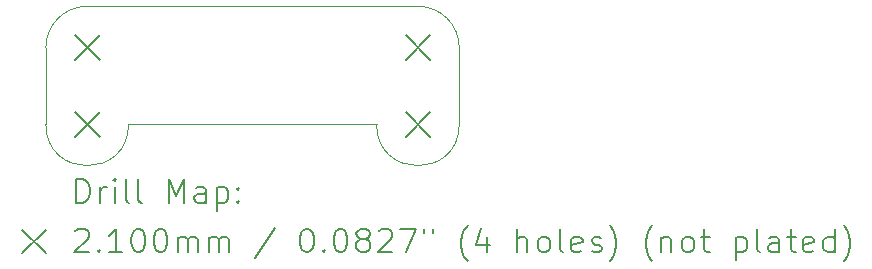
<source format=gbr>
%TF.GenerationSoftware,KiCad,Pcbnew,8.0.8*%
%TF.CreationDate,2025-02-04T17:26:01+01:00*%
%TF.ProjectId,IMU_PCB,494d555f-5043-4422-9e6b-696361645f70,rev?*%
%TF.SameCoordinates,Original*%
%TF.FileFunction,Drillmap*%
%TF.FilePolarity,Positive*%
%FSLAX45Y45*%
G04 Gerber Fmt 4.5, Leading zero omitted, Abs format (unit mm)*
G04 Created by KiCad (PCBNEW 8.0.8) date 2025-02-04 17:26:01*
%MOMM*%
%LPD*%
G01*
G04 APERTURE LIST*
%ADD10C,0.050000*%
%ADD11C,0.200000*%
%ADD12C,0.210000*%
G04 APERTURE END LIST*
D10*
X13200000Y-5000000D02*
X13200000Y-4350000D01*
X10400000Y-5000000D02*
G75*
G02*
X9700000Y-5000000I-350000J0D01*
G01*
X12850000Y-4000000D02*
G75*
G02*
X13200000Y-4350000I0J-350000D01*
G01*
X9700000Y-4350000D02*
G75*
G02*
X10050000Y-4000000I350000J0D01*
G01*
X10400000Y-5000000D02*
X12500000Y-5000000D01*
X9700000Y-4350000D02*
X9700000Y-5000000D01*
X13200000Y-5000000D02*
G75*
G02*
X12500000Y-5000000I-350000J0D01*
G01*
X10050000Y-4000000D02*
X12850000Y-4000000D01*
D11*
D12*
X9945000Y-4245000D02*
X10155000Y-4455000D01*
X10155000Y-4245000D02*
X9945000Y-4455000D01*
X9945000Y-4895000D02*
X10155000Y-5105000D01*
X10155000Y-4895000D02*
X9945000Y-5105000D01*
X12745000Y-4245000D02*
X12955000Y-4455000D01*
X12955000Y-4245000D02*
X12745000Y-4455000D01*
X12745000Y-4895000D02*
X12955000Y-5105000D01*
X12955000Y-4895000D02*
X12745000Y-5105000D01*
D11*
X9958277Y-5663984D02*
X9958277Y-5463984D01*
X9958277Y-5463984D02*
X10005896Y-5463984D01*
X10005896Y-5463984D02*
X10034467Y-5473508D01*
X10034467Y-5473508D02*
X10053515Y-5492555D01*
X10053515Y-5492555D02*
X10063039Y-5511603D01*
X10063039Y-5511603D02*
X10072563Y-5549698D01*
X10072563Y-5549698D02*
X10072563Y-5578270D01*
X10072563Y-5578270D02*
X10063039Y-5616365D01*
X10063039Y-5616365D02*
X10053515Y-5635412D01*
X10053515Y-5635412D02*
X10034467Y-5654460D01*
X10034467Y-5654460D02*
X10005896Y-5663984D01*
X10005896Y-5663984D02*
X9958277Y-5663984D01*
X10158277Y-5663984D02*
X10158277Y-5530650D01*
X10158277Y-5568746D02*
X10167801Y-5549698D01*
X10167801Y-5549698D02*
X10177324Y-5540174D01*
X10177324Y-5540174D02*
X10196372Y-5530650D01*
X10196372Y-5530650D02*
X10215420Y-5530650D01*
X10282086Y-5663984D02*
X10282086Y-5530650D01*
X10282086Y-5463984D02*
X10272563Y-5473508D01*
X10272563Y-5473508D02*
X10282086Y-5483031D01*
X10282086Y-5483031D02*
X10291610Y-5473508D01*
X10291610Y-5473508D02*
X10282086Y-5463984D01*
X10282086Y-5463984D02*
X10282086Y-5483031D01*
X10405896Y-5663984D02*
X10386848Y-5654460D01*
X10386848Y-5654460D02*
X10377324Y-5635412D01*
X10377324Y-5635412D02*
X10377324Y-5463984D01*
X10510658Y-5663984D02*
X10491610Y-5654460D01*
X10491610Y-5654460D02*
X10482086Y-5635412D01*
X10482086Y-5635412D02*
X10482086Y-5463984D01*
X10739229Y-5663984D02*
X10739229Y-5463984D01*
X10739229Y-5463984D02*
X10805896Y-5606841D01*
X10805896Y-5606841D02*
X10872563Y-5463984D01*
X10872563Y-5463984D02*
X10872563Y-5663984D01*
X11053515Y-5663984D02*
X11053515Y-5559222D01*
X11053515Y-5559222D02*
X11043991Y-5540174D01*
X11043991Y-5540174D02*
X11024944Y-5530650D01*
X11024944Y-5530650D02*
X10986848Y-5530650D01*
X10986848Y-5530650D02*
X10967801Y-5540174D01*
X11053515Y-5654460D02*
X11034467Y-5663984D01*
X11034467Y-5663984D02*
X10986848Y-5663984D01*
X10986848Y-5663984D02*
X10967801Y-5654460D01*
X10967801Y-5654460D02*
X10958277Y-5635412D01*
X10958277Y-5635412D02*
X10958277Y-5616365D01*
X10958277Y-5616365D02*
X10967801Y-5597317D01*
X10967801Y-5597317D02*
X10986848Y-5587793D01*
X10986848Y-5587793D02*
X11034467Y-5587793D01*
X11034467Y-5587793D02*
X11053515Y-5578270D01*
X11148753Y-5530650D02*
X11148753Y-5730650D01*
X11148753Y-5540174D02*
X11167801Y-5530650D01*
X11167801Y-5530650D02*
X11205896Y-5530650D01*
X11205896Y-5530650D02*
X11224943Y-5540174D01*
X11224943Y-5540174D02*
X11234467Y-5549698D01*
X11234467Y-5549698D02*
X11243991Y-5568746D01*
X11243991Y-5568746D02*
X11243991Y-5625888D01*
X11243991Y-5625888D02*
X11234467Y-5644936D01*
X11234467Y-5644936D02*
X11224943Y-5654460D01*
X11224943Y-5654460D02*
X11205896Y-5663984D01*
X11205896Y-5663984D02*
X11167801Y-5663984D01*
X11167801Y-5663984D02*
X11148753Y-5654460D01*
X11329705Y-5644936D02*
X11339229Y-5654460D01*
X11339229Y-5654460D02*
X11329705Y-5663984D01*
X11329705Y-5663984D02*
X11320182Y-5654460D01*
X11320182Y-5654460D02*
X11329705Y-5644936D01*
X11329705Y-5644936D02*
X11329705Y-5663984D01*
X11329705Y-5540174D02*
X11339229Y-5549698D01*
X11339229Y-5549698D02*
X11329705Y-5559222D01*
X11329705Y-5559222D02*
X11320182Y-5549698D01*
X11320182Y-5549698D02*
X11329705Y-5540174D01*
X11329705Y-5540174D02*
X11329705Y-5559222D01*
X9497500Y-5892500D02*
X9697500Y-6092500D01*
X9697500Y-5892500D02*
X9497500Y-6092500D01*
X9948753Y-5903031D02*
X9958277Y-5893508D01*
X9958277Y-5893508D02*
X9977324Y-5883984D01*
X9977324Y-5883984D02*
X10024944Y-5883984D01*
X10024944Y-5883984D02*
X10043991Y-5893508D01*
X10043991Y-5893508D02*
X10053515Y-5903031D01*
X10053515Y-5903031D02*
X10063039Y-5922079D01*
X10063039Y-5922079D02*
X10063039Y-5941127D01*
X10063039Y-5941127D02*
X10053515Y-5969698D01*
X10053515Y-5969698D02*
X9939229Y-6083984D01*
X9939229Y-6083984D02*
X10063039Y-6083984D01*
X10148753Y-6064936D02*
X10158277Y-6074460D01*
X10158277Y-6074460D02*
X10148753Y-6083984D01*
X10148753Y-6083984D02*
X10139229Y-6074460D01*
X10139229Y-6074460D02*
X10148753Y-6064936D01*
X10148753Y-6064936D02*
X10148753Y-6083984D01*
X10348753Y-6083984D02*
X10234467Y-6083984D01*
X10291610Y-6083984D02*
X10291610Y-5883984D01*
X10291610Y-5883984D02*
X10272563Y-5912555D01*
X10272563Y-5912555D02*
X10253515Y-5931603D01*
X10253515Y-5931603D02*
X10234467Y-5941127D01*
X10472563Y-5883984D02*
X10491610Y-5883984D01*
X10491610Y-5883984D02*
X10510658Y-5893508D01*
X10510658Y-5893508D02*
X10520182Y-5903031D01*
X10520182Y-5903031D02*
X10529705Y-5922079D01*
X10529705Y-5922079D02*
X10539229Y-5960174D01*
X10539229Y-5960174D02*
X10539229Y-6007793D01*
X10539229Y-6007793D02*
X10529705Y-6045888D01*
X10529705Y-6045888D02*
X10520182Y-6064936D01*
X10520182Y-6064936D02*
X10510658Y-6074460D01*
X10510658Y-6074460D02*
X10491610Y-6083984D01*
X10491610Y-6083984D02*
X10472563Y-6083984D01*
X10472563Y-6083984D02*
X10453515Y-6074460D01*
X10453515Y-6074460D02*
X10443991Y-6064936D01*
X10443991Y-6064936D02*
X10434467Y-6045888D01*
X10434467Y-6045888D02*
X10424944Y-6007793D01*
X10424944Y-6007793D02*
X10424944Y-5960174D01*
X10424944Y-5960174D02*
X10434467Y-5922079D01*
X10434467Y-5922079D02*
X10443991Y-5903031D01*
X10443991Y-5903031D02*
X10453515Y-5893508D01*
X10453515Y-5893508D02*
X10472563Y-5883984D01*
X10663039Y-5883984D02*
X10682086Y-5883984D01*
X10682086Y-5883984D02*
X10701134Y-5893508D01*
X10701134Y-5893508D02*
X10710658Y-5903031D01*
X10710658Y-5903031D02*
X10720182Y-5922079D01*
X10720182Y-5922079D02*
X10729705Y-5960174D01*
X10729705Y-5960174D02*
X10729705Y-6007793D01*
X10729705Y-6007793D02*
X10720182Y-6045888D01*
X10720182Y-6045888D02*
X10710658Y-6064936D01*
X10710658Y-6064936D02*
X10701134Y-6074460D01*
X10701134Y-6074460D02*
X10682086Y-6083984D01*
X10682086Y-6083984D02*
X10663039Y-6083984D01*
X10663039Y-6083984D02*
X10643991Y-6074460D01*
X10643991Y-6074460D02*
X10634467Y-6064936D01*
X10634467Y-6064936D02*
X10624944Y-6045888D01*
X10624944Y-6045888D02*
X10615420Y-6007793D01*
X10615420Y-6007793D02*
X10615420Y-5960174D01*
X10615420Y-5960174D02*
X10624944Y-5922079D01*
X10624944Y-5922079D02*
X10634467Y-5903031D01*
X10634467Y-5903031D02*
X10643991Y-5893508D01*
X10643991Y-5893508D02*
X10663039Y-5883984D01*
X10815420Y-6083984D02*
X10815420Y-5950650D01*
X10815420Y-5969698D02*
X10824944Y-5960174D01*
X10824944Y-5960174D02*
X10843991Y-5950650D01*
X10843991Y-5950650D02*
X10872563Y-5950650D01*
X10872563Y-5950650D02*
X10891610Y-5960174D01*
X10891610Y-5960174D02*
X10901134Y-5979222D01*
X10901134Y-5979222D02*
X10901134Y-6083984D01*
X10901134Y-5979222D02*
X10910658Y-5960174D01*
X10910658Y-5960174D02*
X10929705Y-5950650D01*
X10929705Y-5950650D02*
X10958277Y-5950650D01*
X10958277Y-5950650D02*
X10977325Y-5960174D01*
X10977325Y-5960174D02*
X10986848Y-5979222D01*
X10986848Y-5979222D02*
X10986848Y-6083984D01*
X11082086Y-6083984D02*
X11082086Y-5950650D01*
X11082086Y-5969698D02*
X11091610Y-5960174D01*
X11091610Y-5960174D02*
X11110658Y-5950650D01*
X11110658Y-5950650D02*
X11139229Y-5950650D01*
X11139229Y-5950650D02*
X11158277Y-5960174D01*
X11158277Y-5960174D02*
X11167801Y-5979222D01*
X11167801Y-5979222D02*
X11167801Y-6083984D01*
X11167801Y-5979222D02*
X11177325Y-5960174D01*
X11177325Y-5960174D02*
X11196372Y-5950650D01*
X11196372Y-5950650D02*
X11224943Y-5950650D01*
X11224943Y-5950650D02*
X11243991Y-5960174D01*
X11243991Y-5960174D02*
X11253515Y-5979222D01*
X11253515Y-5979222D02*
X11253515Y-6083984D01*
X11643991Y-5874460D02*
X11472563Y-6131603D01*
X11901134Y-5883984D02*
X11920182Y-5883984D01*
X11920182Y-5883984D02*
X11939229Y-5893508D01*
X11939229Y-5893508D02*
X11948753Y-5903031D01*
X11948753Y-5903031D02*
X11958277Y-5922079D01*
X11958277Y-5922079D02*
X11967801Y-5960174D01*
X11967801Y-5960174D02*
X11967801Y-6007793D01*
X11967801Y-6007793D02*
X11958277Y-6045888D01*
X11958277Y-6045888D02*
X11948753Y-6064936D01*
X11948753Y-6064936D02*
X11939229Y-6074460D01*
X11939229Y-6074460D02*
X11920182Y-6083984D01*
X11920182Y-6083984D02*
X11901134Y-6083984D01*
X11901134Y-6083984D02*
X11882086Y-6074460D01*
X11882086Y-6074460D02*
X11872563Y-6064936D01*
X11872563Y-6064936D02*
X11863039Y-6045888D01*
X11863039Y-6045888D02*
X11853515Y-6007793D01*
X11853515Y-6007793D02*
X11853515Y-5960174D01*
X11853515Y-5960174D02*
X11863039Y-5922079D01*
X11863039Y-5922079D02*
X11872563Y-5903031D01*
X11872563Y-5903031D02*
X11882086Y-5893508D01*
X11882086Y-5893508D02*
X11901134Y-5883984D01*
X12053515Y-6064936D02*
X12063039Y-6074460D01*
X12063039Y-6074460D02*
X12053515Y-6083984D01*
X12053515Y-6083984D02*
X12043991Y-6074460D01*
X12043991Y-6074460D02*
X12053515Y-6064936D01*
X12053515Y-6064936D02*
X12053515Y-6083984D01*
X12186848Y-5883984D02*
X12205896Y-5883984D01*
X12205896Y-5883984D02*
X12224944Y-5893508D01*
X12224944Y-5893508D02*
X12234467Y-5903031D01*
X12234467Y-5903031D02*
X12243991Y-5922079D01*
X12243991Y-5922079D02*
X12253515Y-5960174D01*
X12253515Y-5960174D02*
X12253515Y-6007793D01*
X12253515Y-6007793D02*
X12243991Y-6045888D01*
X12243991Y-6045888D02*
X12234467Y-6064936D01*
X12234467Y-6064936D02*
X12224944Y-6074460D01*
X12224944Y-6074460D02*
X12205896Y-6083984D01*
X12205896Y-6083984D02*
X12186848Y-6083984D01*
X12186848Y-6083984D02*
X12167801Y-6074460D01*
X12167801Y-6074460D02*
X12158277Y-6064936D01*
X12158277Y-6064936D02*
X12148753Y-6045888D01*
X12148753Y-6045888D02*
X12139229Y-6007793D01*
X12139229Y-6007793D02*
X12139229Y-5960174D01*
X12139229Y-5960174D02*
X12148753Y-5922079D01*
X12148753Y-5922079D02*
X12158277Y-5903031D01*
X12158277Y-5903031D02*
X12167801Y-5893508D01*
X12167801Y-5893508D02*
X12186848Y-5883984D01*
X12367801Y-5969698D02*
X12348753Y-5960174D01*
X12348753Y-5960174D02*
X12339229Y-5950650D01*
X12339229Y-5950650D02*
X12329706Y-5931603D01*
X12329706Y-5931603D02*
X12329706Y-5922079D01*
X12329706Y-5922079D02*
X12339229Y-5903031D01*
X12339229Y-5903031D02*
X12348753Y-5893508D01*
X12348753Y-5893508D02*
X12367801Y-5883984D01*
X12367801Y-5883984D02*
X12405896Y-5883984D01*
X12405896Y-5883984D02*
X12424944Y-5893508D01*
X12424944Y-5893508D02*
X12434467Y-5903031D01*
X12434467Y-5903031D02*
X12443991Y-5922079D01*
X12443991Y-5922079D02*
X12443991Y-5931603D01*
X12443991Y-5931603D02*
X12434467Y-5950650D01*
X12434467Y-5950650D02*
X12424944Y-5960174D01*
X12424944Y-5960174D02*
X12405896Y-5969698D01*
X12405896Y-5969698D02*
X12367801Y-5969698D01*
X12367801Y-5969698D02*
X12348753Y-5979222D01*
X12348753Y-5979222D02*
X12339229Y-5988746D01*
X12339229Y-5988746D02*
X12329706Y-6007793D01*
X12329706Y-6007793D02*
X12329706Y-6045888D01*
X12329706Y-6045888D02*
X12339229Y-6064936D01*
X12339229Y-6064936D02*
X12348753Y-6074460D01*
X12348753Y-6074460D02*
X12367801Y-6083984D01*
X12367801Y-6083984D02*
X12405896Y-6083984D01*
X12405896Y-6083984D02*
X12424944Y-6074460D01*
X12424944Y-6074460D02*
X12434467Y-6064936D01*
X12434467Y-6064936D02*
X12443991Y-6045888D01*
X12443991Y-6045888D02*
X12443991Y-6007793D01*
X12443991Y-6007793D02*
X12434467Y-5988746D01*
X12434467Y-5988746D02*
X12424944Y-5979222D01*
X12424944Y-5979222D02*
X12405896Y-5969698D01*
X12520182Y-5903031D02*
X12529706Y-5893508D01*
X12529706Y-5893508D02*
X12548753Y-5883984D01*
X12548753Y-5883984D02*
X12596372Y-5883984D01*
X12596372Y-5883984D02*
X12615420Y-5893508D01*
X12615420Y-5893508D02*
X12624944Y-5903031D01*
X12624944Y-5903031D02*
X12634467Y-5922079D01*
X12634467Y-5922079D02*
X12634467Y-5941127D01*
X12634467Y-5941127D02*
X12624944Y-5969698D01*
X12624944Y-5969698D02*
X12510658Y-6083984D01*
X12510658Y-6083984D02*
X12634467Y-6083984D01*
X12701134Y-5883984D02*
X12834467Y-5883984D01*
X12834467Y-5883984D02*
X12748753Y-6083984D01*
X12901134Y-5883984D02*
X12901134Y-5922079D01*
X12977325Y-5883984D02*
X12977325Y-5922079D01*
X13272563Y-6160174D02*
X13263039Y-6150650D01*
X13263039Y-6150650D02*
X13243991Y-6122079D01*
X13243991Y-6122079D02*
X13234468Y-6103031D01*
X13234468Y-6103031D02*
X13224944Y-6074460D01*
X13224944Y-6074460D02*
X13215420Y-6026841D01*
X13215420Y-6026841D02*
X13215420Y-5988746D01*
X13215420Y-5988746D02*
X13224944Y-5941127D01*
X13224944Y-5941127D02*
X13234468Y-5912555D01*
X13234468Y-5912555D02*
X13243991Y-5893508D01*
X13243991Y-5893508D02*
X13263039Y-5864936D01*
X13263039Y-5864936D02*
X13272563Y-5855412D01*
X13434468Y-5950650D02*
X13434468Y-6083984D01*
X13386848Y-5874460D02*
X13339229Y-6017317D01*
X13339229Y-6017317D02*
X13463039Y-6017317D01*
X13691610Y-6083984D02*
X13691610Y-5883984D01*
X13777325Y-6083984D02*
X13777325Y-5979222D01*
X13777325Y-5979222D02*
X13767801Y-5960174D01*
X13767801Y-5960174D02*
X13748753Y-5950650D01*
X13748753Y-5950650D02*
X13720182Y-5950650D01*
X13720182Y-5950650D02*
X13701134Y-5960174D01*
X13701134Y-5960174D02*
X13691610Y-5969698D01*
X13901134Y-6083984D02*
X13882087Y-6074460D01*
X13882087Y-6074460D02*
X13872563Y-6064936D01*
X13872563Y-6064936D02*
X13863039Y-6045888D01*
X13863039Y-6045888D02*
X13863039Y-5988746D01*
X13863039Y-5988746D02*
X13872563Y-5969698D01*
X13872563Y-5969698D02*
X13882087Y-5960174D01*
X13882087Y-5960174D02*
X13901134Y-5950650D01*
X13901134Y-5950650D02*
X13929706Y-5950650D01*
X13929706Y-5950650D02*
X13948753Y-5960174D01*
X13948753Y-5960174D02*
X13958277Y-5969698D01*
X13958277Y-5969698D02*
X13967801Y-5988746D01*
X13967801Y-5988746D02*
X13967801Y-6045888D01*
X13967801Y-6045888D02*
X13958277Y-6064936D01*
X13958277Y-6064936D02*
X13948753Y-6074460D01*
X13948753Y-6074460D02*
X13929706Y-6083984D01*
X13929706Y-6083984D02*
X13901134Y-6083984D01*
X14082087Y-6083984D02*
X14063039Y-6074460D01*
X14063039Y-6074460D02*
X14053515Y-6055412D01*
X14053515Y-6055412D02*
X14053515Y-5883984D01*
X14234468Y-6074460D02*
X14215420Y-6083984D01*
X14215420Y-6083984D02*
X14177325Y-6083984D01*
X14177325Y-6083984D02*
X14158277Y-6074460D01*
X14158277Y-6074460D02*
X14148753Y-6055412D01*
X14148753Y-6055412D02*
X14148753Y-5979222D01*
X14148753Y-5979222D02*
X14158277Y-5960174D01*
X14158277Y-5960174D02*
X14177325Y-5950650D01*
X14177325Y-5950650D02*
X14215420Y-5950650D01*
X14215420Y-5950650D02*
X14234468Y-5960174D01*
X14234468Y-5960174D02*
X14243991Y-5979222D01*
X14243991Y-5979222D02*
X14243991Y-5998269D01*
X14243991Y-5998269D02*
X14148753Y-6017317D01*
X14320182Y-6074460D02*
X14339230Y-6083984D01*
X14339230Y-6083984D02*
X14377325Y-6083984D01*
X14377325Y-6083984D02*
X14396372Y-6074460D01*
X14396372Y-6074460D02*
X14405896Y-6055412D01*
X14405896Y-6055412D02*
X14405896Y-6045888D01*
X14405896Y-6045888D02*
X14396372Y-6026841D01*
X14396372Y-6026841D02*
X14377325Y-6017317D01*
X14377325Y-6017317D02*
X14348753Y-6017317D01*
X14348753Y-6017317D02*
X14329706Y-6007793D01*
X14329706Y-6007793D02*
X14320182Y-5988746D01*
X14320182Y-5988746D02*
X14320182Y-5979222D01*
X14320182Y-5979222D02*
X14329706Y-5960174D01*
X14329706Y-5960174D02*
X14348753Y-5950650D01*
X14348753Y-5950650D02*
X14377325Y-5950650D01*
X14377325Y-5950650D02*
X14396372Y-5960174D01*
X14472563Y-6160174D02*
X14482087Y-6150650D01*
X14482087Y-6150650D02*
X14501134Y-6122079D01*
X14501134Y-6122079D02*
X14510658Y-6103031D01*
X14510658Y-6103031D02*
X14520182Y-6074460D01*
X14520182Y-6074460D02*
X14529706Y-6026841D01*
X14529706Y-6026841D02*
X14529706Y-5988746D01*
X14529706Y-5988746D02*
X14520182Y-5941127D01*
X14520182Y-5941127D02*
X14510658Y-5912555D01*
X14510658Y-5912555D02*
X14501134Y-5893508D01*
X14501134Y-5893508D02*
X14482087Y-5864936D01*
X14482087Y-5864936D02*
X14472563Y-5855412D01*
X14834468Y-6160174D02*
X14824944Y-6150650D01*
X14824944Y-6150650D02*
X14805896Y-6122079D01*
X14805896Y-6122079D02*
X14796372Y-6103031D01*
X14796372Y-6103031D02*
X14786849Y-6074460D01*
X14786849Y-6074460D02*
X14777325Y-6026841D01*
X14777325Y-6026841D02*
X14777325Y-5988746D01*
X14777325Y-5988746D02*
X14786849Y-5941127D01*
X14786849Y-5941127D02*
X14796372Y-5912555D01*
X14796372Y-5912555D02*
X14805896Y-5893508D01*
X14805896Y-5893508D02*
X14824944Y-5864936D01*
X14824944Y-5864936D02*
X14834468Y-5855412D01*
X14910658Y-5950650D02*
X14910658Y-6083984D01*
X14910658Y-5969698D02*
X14920182Y-5960174D01*
X14920182Y-5960174D02*
X14939230Y-5950650D01*
X14939230Y-5950650D02*
X14967801Y-5950650D01*
X14967801Y-5950650D02*
X14986849Y-5960174D01*
X14986849Y-5960174D02*
X14996372Y-5979222D01*
X14996372Y-5979222D02*
X14996372Y-6083984D01*
X15120182Y-6083984D02*
X15101134Y-6074460D01*
X15101134Y-6074460D02*
X15091611Y-6064936D01*
X15091611Y-6064936D02*
X15082087Y-6045888D01*
X15082087Y-6045888D02*
X15082087Y-5988746D01*
X15082087Y-5988746D02*
X15091611Y-5969698D01*
X15091611Y-5969698D02*
X15101134Y-5960174D01*
X15101134Y-5960174D02*
X15120182Y-5950650D01*
X15120182Y-5950650D02*
X15148753Y-5950650D01*
X15148753Y-5950650D02*
X15167801Y-5960174D01*
X15167801Y-5960174D02*
X15177325Y-5969698D01*
X15177325Y-5969698D02*
X15186849Y-5988746D01*
X15186849Y-5988746D02*
X15186849Y-6045888D01*
X15186849Y-6045888D02*
X15177325Y-6064936D01*
X15177325Y-6064936D02*
X15167801Y-6074460D01*
X15167801Y-6074460D02*
X15148753Y-6083984D01*
X15148753Y-6083984D02*
X15120182Y-6083984D01*
X15243992Y-5950650D02*
X15320182Y-5950650D01*
X15272563Y-5883984D02*
X15272563Y-6055412D01*
X15272563Y-6055412D02*
X15282087Y-6074460D01*
X15282087Y-6074460D02*
X15301134Y-6083984D01*
X15301134Y-6083984D02*
X15320182Y-6083984D01*
X15539230Y-5950650D02*
X15539230Y-6150650D01*
X15539230Y-5960174D02*
X15558277Y-5950650D01*
X15558277Y-5950650D02*
X15596373Y-5950650D01*
X15596373Y-5950650D02*
X15615420Y-5960174D01*
X15615420Y-5960174D02*
X15624944Y-5969698D01*
X15624944Y-5969698D02*
X15634468Y-5988746D01*
X15634468Y-5988746D02*
X15634468Y-6045888D01*
X15634468Y-6045888D02*
X15624944Y-6064936D01*
X15624944Y-6064936D02*
X15615420Y-6074460D01*
X15615420Y-6074460D02*
X15596373Y-6083984D01*
X15596373Y-6083984D02*
X15558277Y-6083984D01*
X15558277Y-6083984D02*
X15539230Y-6074460D01*
X15748753Y-6083984D02*
X15729706Y-6074460D01*
X15729706Y-6074460D02*
X15720182Y-6055412D01*
X15720182Y-6055412D02*
X15720182Y-5883984D01*
X15910658Y-6083984D02*
X15910658Y-5979222D01*
X15910658Y-5979222D02*
X15901134Y-5960174D01*
X15901134Y-5960174D02*
X15882087Y-5950650D01*
X15882087Y-5950650D02*
X15843992Y-5950650D01*
X15843992Y-5950650D02*
X15824944Y-5960174D01*
X15910658Y-6074460D02*
X15891611Y-6083984D01*
X15891611Y-6083984D02*
X15843992Y-6083984D01*
X15843992Y-6083984D02*
X15824944Y-6074460D01*
X15824944Y-6074460D02*
X15815420Y-6055412D01*
X15815420Y-6055412D02*
X15815420Y-6036365D01*
X15815420Y-6036365D02*
X15824944Y-6017317D01*
X15824944Y-6017317D02*
X15843992Y-6007793D01*
X15843992Y-6007793D02*
X15891611Y-6007793D01*
X15891611Y-6007793D02*
X15910658Y-5998269D01*
X15977325Y-5950650D02*
X16053515Y-5950650D01*
X16005896Y-5883984D02*
X16005896Y-6055412D01*
X16005896Y-6055412D02*
X16015420Y-6074460D01*
X16015420Y-6074460D02*
X16034468Y-6083984D01*
X16034468Y-6083984D02*
X16053515Y-6083984D01*
X16196373Y-6074460D02*
X16177325Y-6083984D01*
X16177325Y-6083984D02*
X16139230Y-6083984D01*
X16139230Y-6083984D02*
X16120182Y-6074460D01*
X16120182Y-6074460D02*
X16110658Y-6055412D01*
X16110658Y-6055412D02*
X16110658Y-5979222D01*
X16110658Y-5979222D02*
X16120182Y-5960174D01*
X16120182Y-5960174D02*
X16139230Y-5950650D01*
X16139230Y-5950650D02*
X16177325Y-5950650D01*
X16177325Y-5950650D02*
X16196373Y-5960174D01*
X16196373Y-5960174D02*
X16205896Y-5979222D01*
X16205896Y-5979222D02*
X16205896Y-5998269D01*
X16205896Y-5998269D02*
X16110658Y-6017317D01*
X16377325Y-6083984D02*
X16377325Y-5883984D01*
X16377325Y-6074460D02*
X16358277Y-6083984D01*
X16358277Y-6083984D02*
X16320182Y-6083984D01*
X16320182Y-6083984D02*
X16301134Y-6074460D01*
X16301134Y-6074460D02*
X16291611Y-6064936D01*
X16291611Y-6064936D02*
X16282087Y-6045888D01*
X16282087Y-6045888D02*
X16282087Y-5988746D01*
X16282087Y-5988746D02*
X16291611Y-5969698D01*
X16291611Y-5969698D02*
X16301134Y-5960174D01*
X16301134Y-5960174D02*
X16320182Y-5950650D01*
X16320182Y-5950650D02*
X16358277Y-5950650D01*
X16358277Y-5950650D02*
X16377325Y-5960174D01*
X16453515Y-6160174D02*
X16463039Y-6150650D01*
X16463039Y-6150650D02*
X16482087Y-6122079D01*
X16482087Y-6122079D02*
X16491611Y-6103031D01*
X16491611Y-6103031D02*
X16501134Y-6074460D01*
X16501134Y-6074460D02*
X16510658Y-6026841D01*
X16510658Y-6026841D02*
X16510658Y-5988746D01*
X16510658Y-5988746D02*
X16501134Y-5941127D01*
X16501134Y-5941127D02*
X16491611Y-5912555D01*
X16491611Y-5912555D02*
X16482087Y-5893508D01*
X16482087Y-5893508D02*
X16463039Y-5864936D01*
X16463039Y-5864936D02*
X16453515Y-5855412D01*
M02*

</source>
